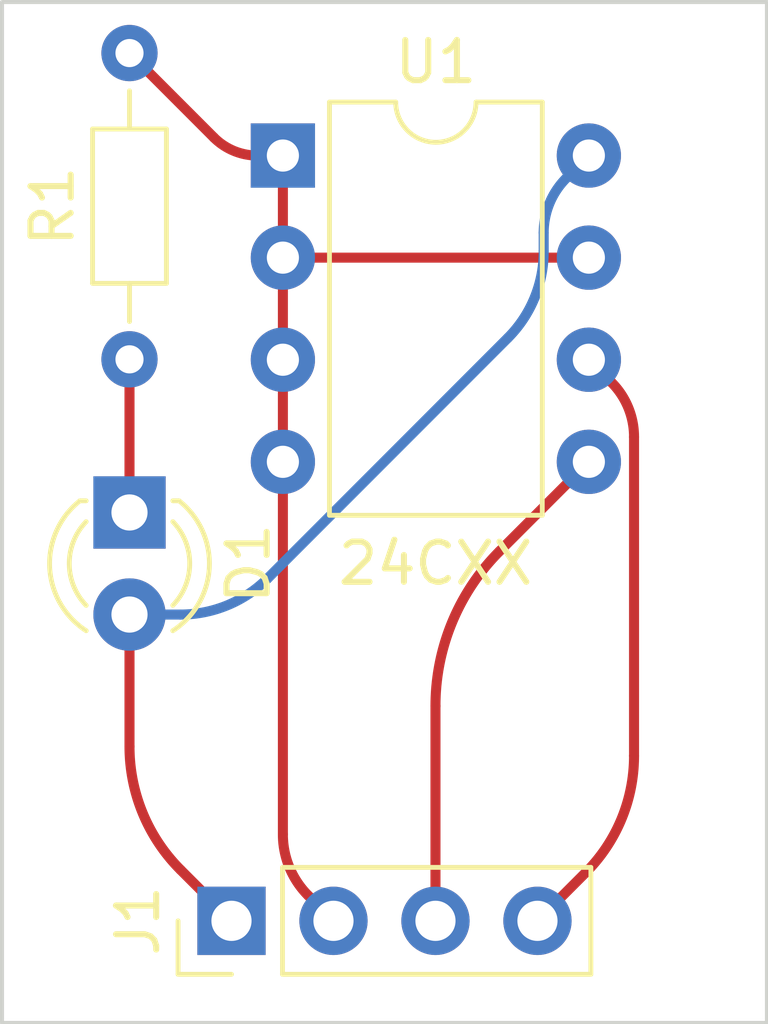
<source format=kicad_pcb>
(kicad_pcb (version 20211014) (generator pcbnew)
  (layers (0 "F.Cu" signal) (31 "B.Cu" signal) (34 "B.Paste" user) (35 "F.Paste" user) (36 "B.SilkS" user "B.Silkscreen") (37 "F.SilkS" user "F.Silkscreen") (38 "B.Mask" user) (39 "F.Mask" user) (44 "Edge.Cuts" user))
  (net 0 "")
  (net 1 "Net-(D1-Pad1)")
  (net 2 "Net-(D1-Pad2)")
  (net 3 "Net-(J1-Pad2)")
  (net 4 "Net-(J1-Pad3)")
  (net 5 "Net-(J1-Pad4)")
  (footprint "Package_DIP:DIP-8_W7.62mm" (layer "F.Cu") (at 163.84 100.34)
    (fp_text reference "U1" (at 3.81 -2.33) (layer "F.SilkS"))
    (fp_text value "24Cxx")
    (fp_line (start 1.16 -1.33) (end 1.16 8.95) (layer "F.SilkS") (width 0.12))
    (fp_line (start 2.81 -1.33) (end 1.16 -1.33) (layer "F.SilkS") (width 0.12))
    (fp_line (start 6.46 8.95) (end 6.46 -1.33) (layer "F.SilkS") (width 0.12))
    (fp_line (start 1.16 8.95) (end 6.46 8.95) (layer "F.SilkS") (width 0.12))
    (fp_line (start 6.46 -1.33) (end 4.81 -1.33) (layer "F.SilkS") (width 0.12))
    (fp_arc (start 4.81 -1.33) (mid 3.81 -0.33) (end 2.81 -1.33) (layer "F.SilkS") (width 0.12))
    (pad "1" thru_hole rect (at 0 0) (size 1.6 1.6) (drill 0.8) (layers *.Cu *.Mask) (net 3 "Net-(J1-Pad2)"))
    (pad "2" thru_hole oval (at 0 2.54) (size 1.6 1.6) (drill 0.8) (layers *.Cu *.Mask) (net 3 "Net-(J1-Pad2)"))
    (pad "3" thru_hole oval (at 0 5.08) (size 1.6 1.6) (drill 0.8) (layers *.Cu *.Mask) (net 3 "Net-(J1-Pad2)"))
    (pad "4" thru_hole oval (at 0 7.62) (size 1.6 1.6) (drill 0.8) (layers *.Cu *.Mask) (net 3 "Net-(J1-Pad2)"))
    (pad "5" thru_hole oval (at 7.62 7.62) (size 1.6 1.6) (drill 0.8) (layers *.Cu *.Mask) (net 4 "Net-(J1-Pad3)"))
    (pad "6" thru_hole oval (at 7.62 5.08) (size 1.6 1.6) (drill 0.8) (layers *.Cu *.Mask) (net 5 "Net-(J1-Pad4)"))
    (pad "7" thru_hole oval (at 7.62 2.54) (size 1.6 1.6) (drill 0.8) (layers *.Cu *.Mask) (net 3 "Net-(J1-Pad2)"))
    (pad "8" thru_hole oval (at 7.62 0) (size 1.6 1.6) (drill 0.8) (layers *.Cu *.Mask) (net 2 "Net-(D1-Pad2)"))
  )
  (footprint "LED_THT:LED_D3.0mm" (layer "F.Cu") (at 160.02 109.22 -90)
    (fp_text reference "D1" (at 1.27 -2.96 90) (layer "F.SilkS"))
    (fp_text value "LED" hide)
    (fp_line (start -0.29 1.08) (end -0.29 1.236) (layer "F.SilkS") (width 0.12))
    (fp_line (start -0.29 -1.236) (end -0.29 -1.08) (layer "F.SilkS") (width 0.12))
    (fp_arc (start 2.942335 1.078608) (mid 1.366487 1.987659) (end -0.29 1.235516) (layer "F.SilkS") (width 0.12))
    (fp_arc (start 0.229039 -1.08) (mid 1.270117 -1.5) (end 2.31113 -1.079837) (layer "F.SilkS") (width 0.12))
    (fp_arc (start 2.31113 1.079837) (mid 1.270117 1.5) (end 0.229039 1.08) (layer "F.SilkS") (width 0.12))
    (fp_arc (start -0.29 -1.235516) (mid 1.366487 -1.987659) (end 2.942335 -1.078608) (layer "F.SilkS") (width 0.12))
    (pad "1" thru_hole rect (at 0 0 270) (size 1.8 1.8) (drill 0.9) (layers *.Cu *.Mask) (net 1 "Net-(D1-Pad1)"))
    (pad "2" thru_hole circle (at 2.54 0 270) (size 1.8 1.8) (drill 0.9) (layers *.Cu *.Mask) (net 2 "Net-(D1-Pad2)"))
  )
  (footprint "Resistor_THT:R_Axial_DIN0204_L3.6mm_D1.6mm_P7.62mm_Horizontal" (layer "F.Cu") (at 160.02 105.41 90)
    (fp_text reference "R1" (at 3.81 -1.92 90) (layer "F.SilkS"))
    (fp_text value "1K" hide)
    (fp_line (start 1.89 0.92) (end 5.73 0.92) (layer "F.SilkS") (width 0.12))
    (fp_line (start 5.73 -0.92) (end 1.89 -0.92) (layer "F.SilkS") (width 0.12))
    (fp_line (start 1.89 -0.92) (end 1.89 0.92) (layer "F.SilkS") (width 0.12))
    (fp_line (start 5.73 0.92) (end 5.73 -0.92) (layer "F.SilkS") (width 0.12))
    (fp_line (start 6.68 0) (end 5.73 0) (layer "F.SilkS") (width 0.12))
    (fp_line (start 0.94 0) (end 1.89 0) (layer "F.SilkS") (width 0.12))
    (pad "1" thru_hole circle (at 0 0 90) (size 1.4 1.4) (drill 0.7) (layers *.Cu *.Mask) (net 1 "Net-(D1-Pad1)"))
    (pad "2" thru_hole oval (at 7.62 0 90) (size 1.4 1.4) (drill 0.7) (layers *.Cu *.Mask) (net 3 "Net-(J1-Pad2)"))
  )
  (footprint "Connector_PinHeader_2.54mm:PinHeader_1x04_P2.54mm_Vertical" (layer "F.Cu") (at 162.56 119.38 90)
    (fp_text reference "J1" (at 0 -2.33 90) (layer "F.SilkS"))
    (fp_text value "Conn_01x04_Female" hide)
    (fp_line (start -1.33 1.27) (end 1.33 1.27) (layer "F.SilkS") (width 0.12))
    (fp_line (start -1.33 1.27) (end -1.33 8.95) (layer "F.SilkS") (width 0.12))
    (fp_line (start -1.33 8.95) (end 1.33 8.95) (layer "F.SilkS") (width 0.12))
    (fp_line (start -1.33 -1.33) (end 0 -1.33) (layer "F.SilkS") (width 0.12))
    (fp_line (start -1.33 0) (end -1.33 -1.33) (layer "F.SilkS") (width 0.12))
    (fp_line (start 1.33 1.27) (end 1.33 8.95) (layer "F.SilkS") (width 0.12))
    (pad "1" thru_hole rect (at 0 0 90) (size 1.7 1.7) (drill 1) (layers *.Cu *.Mask) (net 2 "Net-(D1-Pad2)"))
    (pad "2" thru_hole oval (at 0 2.54 90) (size 1.7 1.7) (drill 1) (layers *.Cu *.Mask) (net 3 "Net-(J1-Pad2)"))
    (pad "3" thru_hole oval (at 0 5.08 90) (size 1.7 1.7) (drill 1) (layers *.Cu *.Mask) (net 4 "Net-(J1-Pad3)"))
    (pad "4" thru_hole oval (at 0 7.62 90) (size 1.7 1.7) (drill 1) (layers *.Cu *.Mask) (net 5 "Net-(J1-Pad4)"))
  )
  (gr_rect (start 156.845 96.52) (end 175.895 121.92) (layer "Edge.Cuts") (width 0.1) (fill none))
  (gr_text "24CXX" (at 167.64 110.49) (layer "F.SilkS") (effects (font (size 1 1))))
  (segment (start 160.02 105.41) (end 160.02 109.22) (width 0.25) (layer "F.Cu") (net 1))
  (segment (start 160.02 115.043948) (end 160.02 111.76) (width 0.25) (layer "F.Cu") (net 2))
  (segment (start 161.29 118.11) (end 162.56 119.38) (width 0.25) (layer "F.Cu") (net 2))
  (arc (start 160.02 115.043948) (mid 160.350062 116.703283) (end 161.29 118.11) (width 0.25) (layer "F.Cu") (net 2))
  (segment (start 170.335 102.725) (end 170.335 102.260495) (width 0.25) (layer "B.Cu") (net 2))
  (segment (start 161.29 111.76) (end 160.02 111.76) (width 0.25) (layer "B.Cu") (net 2))
  (segment (start 170.8975 100.9025) (end 171.46 100.34) (width 0.25) (layer "B.Cu") (net 2))
  (segment (start 169.444045 104.875954) (end 163.458025 110.861974) (width 0.25) (layer "B.Cu") (net 2))
  (arc (start 163.458025 110.861974) (mid 162.463326 111.52661) (end 161.29 111.76) (width 0.25) (layer "B.Cu") (net 2))
  (arc (start 170.8975 100.9025) (mid 170.481188 101.525553) (end 170.335 102.260495) (width 0.25) (layer "B.Cu") (net 2))
  (arc (start 170.335 102.725) (mid 170.103448 103.889088) (end 169.444045 104.875954) (width 0.25) (layer "B.Cu") (net 2))
  (segment (start 163.84 102.88) (end 171.46 102.88) (width 0.25) (layer "F.Cu") (net 3))
  (segment (start 163.84 100.975) (end 163.84 102.88) (width 0.25) (layer "F.Cu") (net 3))
  (segment (start 163.84 117.229045) (end 163.84 107.96) (width 0.25) (layer "F.Cu") (net 3))
  (segment (start 162.120987 99.890987) (end 160.02 97.79) (width 0.25) (layer "F.Cu") (net 3))
  (segment (start 163.84 105.42) (end 163.84 107.96) (width 0.25) (layer "F.Cu") (net 3))
  (segment (start 164.47 118.75) (end 165.1 119.38) (width 0.25) (layer "F.Cu") (net 3))
  (segment (start 163.84 105.42) (end 163.84 102.88) (width 0.25) (layer "F.Cu") (net 3))
  (arc (start 162.120987 99.890987) (mid 162.618336 100.223305) (end 163.205 100.34) (width 0.25) (layer "F.Cu") (net 3))
  (arc (start 163.84 117.229045) (mid 164.003731 118.05218) (end 164.47 118.75) (width 0.25) (layer "F.Cu") (net 3))
  (arc (start 163.84 100.975) (mid 163.654012 100.525987) (end 163.205 100.34) (width 0.25) (layer "F.Cu") (net 3))
  (segment (start 169.233792 110.186207) (end 171.46 107.96) (width 0.25) (layer "F.Cu") (net 4))
  (segment (start 167.64 114.033963) (end 167.64 119.38) (width 0.25) (layer "F.Cu") (net 4))
  (arc (start 169.233792 110.186207) (mid 168.054213 111.951572) (end 167.64 114.033963) (width 0.25) (layer "F.Cu") (net 4))
  (segment (start 172.585 107.340495) (end 172.585 115.274408) (width 0.25) (layer "F.Cu") (net 5))
  (segment (start 172.0225 105.9825) (end 171.46 105.42) (width 0.25) (layer "F.Cu") (net 5))
  (segment (start 171.3825 118.1775) (end 170.18 119.38) (width 0.25) (layer "F.Cu") (net 5))
  (arc (start 172.0225 105.9825) (mid 172.438811 106.605553) (end 172.585 107.340495) (width 0.25) (layer "F.Cu") (net 5))
  (arc (start 172.585 115.274408) (mid 172.27248 116.84555) (end 171.3825 118.1775) (width 0.25) (layer "F.Cu") (net 5))
)
</source>
